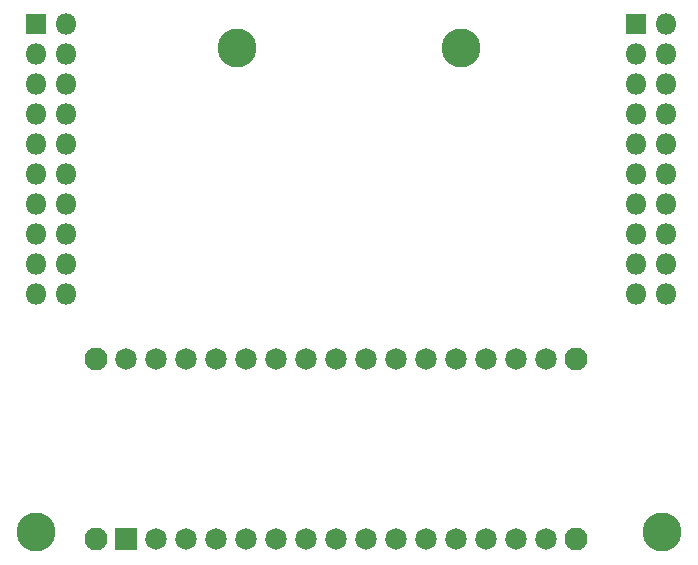
<source format=gbr>
%TF.GenerationSoftware,KiCad,Pcbnew,(5.1.6)-1*%
%TF.CreationDate,2020-06-17T00:45:16+01:00*%
%TF.ProjectId,Arduino_Nano_shield,41726475-696e-46f5-9f4e-616e6f5f7368,rev?*%
%TF.SameCoordinates,Original*%
%TF.FileFunction,Soldermask,Bot*%
%TF.FilePolarity,Negative*%
%FSLAX46Y46*%
G04 Gerber Fmt 4.6, Leading zero omitted, Abs format (unit mm)*
G04 Created by KiCad (PCBNEW (5.1.6)-1) date 2020-06-17 00:45:16*
%MOMM*%
%LPD*%
G01*
G04 APERTURE LIST*
%ADD10R,1.800000X1.800000*%
%ADD11O,1.800000X1.800000*%
%ADD12C,3.300000*%
%ADD13C,1.827200*%
%ADD14R,1.827200X1.827200*%
%ADD15C,1.950000*%
G04 APERTURE END LIST*
D10*
%TO.C,J1*%
X96520000Y-48260000D03*
D11*
X99060000Y-48260000D03*
X96520000Y-50800000D03*
X99060000Y-50800000D03*
X96520000Y-53340000D03*
X99060000Y-53340000D03*
X96520000Y-55880000D03*
X99060000Y-55880000D03*
X96520000Y-58420000D03*
X99060000Y-58420000D03*
X96520000Y-60960000D03*
X99060000Y-60960000D03*
X96520000Y-63500000D03*
X99060000Y-63500000D03*
X96520000Y-66040000D03*
X99060000Y-66040000D03*
X96520000Y-68580000D03*
X99060000Y-68580000D03*
X96520000Y-71120000D03*
X99060000Y-71120000D03*
%TD*%
%TO.C,J2*%
X149860000Y-71120000D03*
X147320000Y-71120000D03*
X149860000Y-68580000D03*
X147320000Y-68580000D03*
X149860000Y-66040000D03*
X147320000Y-66040000D03*
X149860000Y-63500000D03*
X147320000Y-63500000D03*
X149860000Y-60960000D03*
X147320000Y-60960000D03*
X149860000Y-58420000D03*
X147320000Y-58420000D03*
X149860000Y-55880000D03*
X147320000Y-55880000D03*
X149860000Y-53340000D03*
X147320000Y-53340000D03*
X149860000Y-50800000D03*
X147320000Y-50800000D03*
X149860000Y-48260000D03*
D10*
X147320000Y-48260000D03*
%TD*%
D12*
%TO.C,H2*%
X132520000Y-50260000D03*
%TD*%
%TO.C,H3*%
X113520000Y-50260000D03*
%TD*%
%TO.C,H4*%
X96520000Y-91260000D03*
%TD*%
D13*
%TO.C,XA2*%
X104150000Y-76640000D03*
X106690000Y-76640000D03*
X109230000Y-76640000D03*
X111770000Y-76640000D03*
X114310000Y-76640000D03*
X116850000Y-76640000D03*
X119390000Y-76640000D03*
X121930000Y-76640000D03*
X124470000Y-76640000D03*
X127010000Y-76640000D03*
X129550000Y-76640000D03*
X132090000Y-76640000D03*
X134630000Y-76640000D03*
X137170000Y-76640000D03*
X139710000Y-76640000D03*
X139710000Y-91880000D03*
X137170000Y-91880000D03*
X134630000Y-91880000D03*
X132090000Y-91880000D03*
X129550000Y-91880000D03*
X127010000Y-91880000D03*
X124470000Y-91880000D03*
X121930000Y-91880000D03*
X119390000Y-91880000D03*
X116850000Y-91880000D03*
X114310000Y-91880000D03*
X111770000Y-91880000D03*
X109230000Y-91880000D03*
X106690000Y-91880000D03*
D14*
X104150000Y-91880000D03*
D15*
X101610000Y-91880000D03*
X101610000Y-76640000D03*
X142250000Y-91880000D03*
X142250000Y-76640000D03*
%TD*%
D12*
%TO.C,H1*%
X149520000Y-91260000D03*
%TD*%
M02*

</source>
